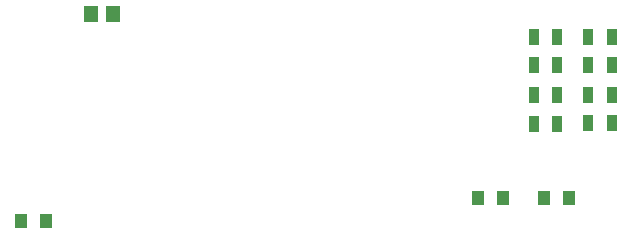
<source format=gbr>
G04 PROTEUS GERBER X2 FILE*
%TF.GenerationSoftware,Labcenter,Proteus,8.12-SP0-Build30713*%
%TF.CreationDate,2021-08-03T17:06:19+00:00*%
%TF.FileFunction,Paste,Bot*%
%TF.FilePolarity,Positive*%
%TF.Part,Single*%
%TF.SameCoordinates,{e442dea6-d824-4b69-b240-5084a1d61555}*%
%FSLAX45Y45*%
%MOMM*%
G01*
%TA.AperFunction,Material*%
%ADD66R,0.939800X1.447800*%
%ADD75R,1.016000X1.270000*%
%ADD68R,1.143000X1.447800*%
%TD.AperFunction*%
D66*
X+5310000Y+3456327D03*
X+5510000Y+3456327D03*
X+5310000Y+3211327D03*
X+5510000Y+3211327D03*
X+5310000Y+3946327D03*
X+5510000Y+3946327D03*
X+5310000Y+3706327D03*
X+5510000Y+3706327D03*
X+5770000Y+3946327D03*
X+5970000Y+3946327D03*
X+5770000Y+3711327D03*
X+5970000Y+3711327D03*
X+5770000Y+3456327D03*
X+5970000Y+3456327D03*
X+5770000Y+3216327D03*
X+5970000Y+3216327D03*
D75*
X+5050000Y+2580000D03*
X+4836640Y+2580000D03*
X+5613360Y+2580000D03*
X+5400000Y+2580000D03*
X+1183360Y+2390000D03*
X+970000Y+2390000D03*
D68*
X+1565000Y+4140000D03*
X+1745000Y+4140000D03*
M02*

</source>
